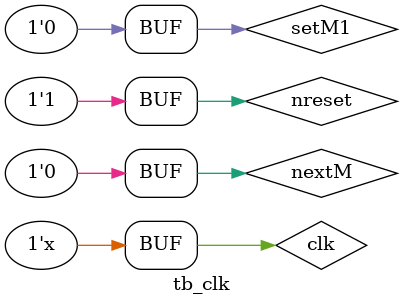
<source format=v>
`timescale 1ns / 1ps


module tb_clk(

    );
    
    reg clk = 0;
    
    clk_delay cl(.clk(clk));
    
    sequencer s1(.clk(clk), .setM1(setM1), .nextM(nextM), .nreset(nreset), .hold_clk_iorq(0), .hold_clk_wait(0), .hold_clk_busrq(0));
    
    reg setM1, nextM, nreset;
    
    initial begin
    nreset = 0;
    nextM = 0;
    setM1 = 1;
    #2 setM1 = 0;
    #2 nreset = 1;
    #24 nextM = 1;
    #4 nextM = 0;
    #24 nextM = 1;
    #4 nextM = 0;
    end
    
    always begin
        #1 clk = ~clk;
    end
    
    
endmodule

</source>
